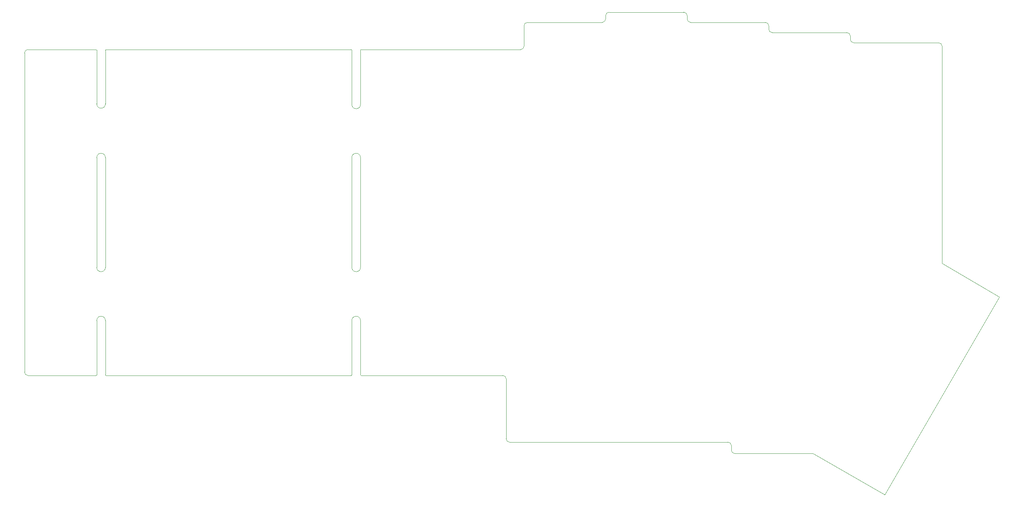
<source format=gbr>
%TF.GenerationSoftware,KiCad,Pcbnew,(5.1.9-0-10_14)*%
%TF.CreationDate,2021-04-26T22:25:58-05:00*%
%TF.ProjectId,wren-universal,7772656e-2d75-46e6-9976-657273616c2e,rev?*%
%TF.SameCoordinates,Original*%
%TF.FileFunction,Profile,NP*%
%FSLAX46Y46*%
G04 Gerber Fmt 4.6, Leading zero omitted, Abs format (unit mm)*
G04 Created by KiCad (PCBNEW (5.1.9-0-10_14)) date 2021-04-26 22:25:58*
%MOMM*%
%LPD*%
G01*
G04 APERTURE LIST*
%TA.AperFunction,Profile*%
%ADD10C,0.050000*%
%TD*%
G04 APERTURE END LIST*
D10*
X115817750Y-27114500D02*
X115817750Y-39814500D01*
X113785750Y-39814500D02*
X113785750Y-27114500D01*
X115817750Y-103060500D02*
X115817750Y-90360500D01*
X113785750Y-90360500D02*
X113785750Y-103060500D01*
X115817750Y-52260500D02*
X115817750Y-77914500D01*
X113785750Y-77914500D02*
X113785750Y-52260500D01*
X56254750Y-27114500D02*
X56254750Y-39687500D01*
X54222750Y-39687500D02*
X54222750Y-27114500D01*
X56254750Y-52260500D02*
X56254750Y-77914500D01*
X54222750Y-77914500D02*
X54222750Y-52260500D01*
X56254750Y-103060500D02*
X56254750Y-90360500D01*
X54222750Y-90360500D02*
X54222750Y-103060500D01*
X56381750Y-103187500D02*
X113658750Y-103187500D01*
X54095750Y-103187500D02*
X38151500Y-103187250D01*
X54222750Y-103060500D02*
G75*
G02*
X54095750Y-103187500I-127000J0D01*
G01*
X56381750Y-103187500D02*
G75*
G02*
X56254750Y-103060500I0J127000D01*
G01*
X54222750Y-90360500D02*
G75*
G02*
X56254750Y-90360500I1016000J0D01*
G01*
X56254750Y-77914500D02*
G75*
G02*
X54222750Y-77914500I-1016000J0D01*
G01*
X54222750Y-52260500D02*
G75*
G02*
X56254750Y-52260500I1016000J0D01*
G01*
X54095750Y-26987500D02*
G75*
G02*
X54222750Y-27114500I0J-127000D01*
G01*
X54095750Y-26987500D02*
X38151500Y-26987500D01*
X56254750Y-27114500D02*
G75*
G02*
X56381750Y-26987500I127000J0D01*
G01*
X56254750Y-39687500D02*
G75*
G02*
X54222750Y-39687500I-1016000J0D01*
G01*
X115944750Y-103187500D02*
X145274000Y-103187500D01*
X115944750Y-103187500D02*
G75*
G02*
X115817750Y-103060500I0J127000D01*
G01*
X113785750Y-103060500D02*
G75*
G02*
X113658750Y-103187500I-127000J0D01*
G01*
X113785750Y-90360500D02*
G75*
G02*
X115817750Y-90360500I1016000J0D01*
G01*
X115817750Y-77914500D02*
G75*
G02*
X113785750Y-77914500I-1016000J0D01*
G01*
X113785750Y-52260500D02*
G75*
G02*
X115817750Y-52260500I1016000J0D01*
G01*
X115817750Y-39814500D02*
G75*
G02*
X113785750Y-39814500I-1016000J0D01*
G01*
X96259750Y-26987500D02*
X56381750Y-26987500D01*
X113658750Y-26987500D02*
X96259750Y-26987500D01*
X115944750Y-26987500D02*
X153209000Y-26987500D01*
X113658750Y-26987500D02*
G75*
G02*
X113785750Y-27114500I0J-127000D01*
G01*
X115817750Y-27114500D02*
G75*
G02*
X115944750Y-26987500I127000J0D01*
G01*
X149028500Y-103187750D02*
X145274000Y-103187500D01*
X149822000Y-117983250D02*
X149822000Y-103981250D01*
X150615500Y-118776750D02*
X201612500Y-118776750D01*
X202406000Y-119570250D02*
X202406000Y-120650000D01*
X150615500Y-118776750D02*
G75*
G02*
X149822000Y-117983250I0J793500D01*
G01*
X251603000Y-76993750D02*
X251603000Y-26193750D01*
X265011000Y-84867750D02*
X251603000Y-76993750D01*
X238214000Y-131095750D02*
X265011000Y-84867750D01*
X221450000Y-121443750D02*
X238214000Y-131095750D01*
X203199500Y-121443500D02*
X221450000Y-121443750D01*
X203199500Y-121443500D02*
G75*
G02*
X202406000Y-120650000I0J793500D01*
G01*
X201612500Y-118776750D02*
G75*
G02*
X202406000Y-119570250I0J-793500D01*
G01*
X149028500Y-103187750D02*
G75*
G02*
X149822000Y-103981250I0J-793500D01*
G01*
X38151500Y-103187250D02*
G75*
G02*
X37358000Y-102393750I0J793500D01*
G01*
X37357750Y-27781250D02*
X37358000Y-102393750D01*
X37357750Y-27781250D02*
G75*
G02*
X38151500Y-26987500I793750J0D01*
G01*
X154002750Y-26193750D02*
G75*
G02*
X153209000Y-26987500I-793750J0D01*
G01*
X154002250Y-21431250D02*
X154002500Y-26193750D01*
X154002250Y-21431250D02*
G75*
G02*
X154796000Y-20637500I793750J0D01*
G01*
X172253000Y-20637500D02*
X154796000Y-20637500D01*
X173046750Y-19843750D02*
G75*
G02*
X172253000Y-20637500I-793750J0D01*
G01*
X173046250Y-19050000D02*
X173046500Y-19843750D01*
X173046250Y-19050000D02*
G75*
G02*
X173840000Y-18256250I793750J0D01*
G01*
X191297000Y-18256500D02*
X173840000Y-18256250D01*
X191297000Y-18256500D02*
G75*
G02*
X192090500Y-19050000I0J-793500D01*
G01*
X192090500Y-19843750D02*
X192090500Y-19050000D01*
X192884000Y-20637250D02*
G75*
G02*
X192090500Y-19843750I0J793500D01*
G01*
X210341000Y-20637750D02*
X192884000Y-20637500D01*
X210341000Y-20637750D02*
G75*
G02*
X211134500Y-21431250I0J-793500D01*
G01*
X211134500Y-22225000D02*
X211134500Y-21431250D01*
X211928000Y-23018500D02*
G75*
G02*
X211134500Y-22225000I0J793500D01*
G01*
X229385000Y-23019000D02*
X211928000Y-23018750D01*
X230178500Y-23812500D02*
X230178500Y-24606250D01*
X229385000Y-23019000D02*
G75*
G02*
X230178500Y-23812500I0J-793500D01*
G01*
X230972000Y-25399750D02*
G75*
G02*
X230178500Y-24606250I0J793500D01*
G01*
X250809500Y-25400250D02*
X230972000Y-25400000D01*
X250809500Y-25400250D02*
G75*
G02*
X251603000Y-26193750I0J-793500D01*
G01*
M02*

</source>
